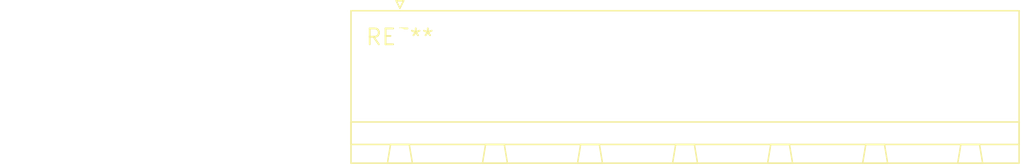
<source format=kicad_pcb>
(kicad_pcb (version 20240108) (generator pcbnew)
  (layers (0 "F.Cu" signal) (31 "B.Cu" signal) (34 "B.Paste" user) (35 "F.Paste" user) (36 "B.SilkS" user "B.Silkscreen") (37 "F.SilkS" user "F.Silkscreen") (38 "B.Mask" user) (39 "F.Mask" user) (44 "Edge.Cuts" user))
  (net 0 "")
  (footprint "PhoenixContact_GMSTBA_2,5_7-G-7,62_1x07_P7.62mm_Horizontal" (layer "F.Cu") (at 0 0)
    (property "Reference" "REF**")
    (property "Value" "PhoenixContact_GMSTBA_2,5_7-G-7,62_1x07_P7.62mm_Horizontal")
    (fp_line (start -3.92 -2.11) (end -3.92 10.11) (layer "F.SilkS") (stroke (width 0.12)))
    (fp_line (start -3.92 6.81) (end 49.64 6.81) (layer "F.SilkS") (stroke (width 0.12)))
    (fp_line (start -3.92 8.61) (end -3.92 6.81) (layer "F.SilkS") (stroke (width 0.12)))
    (fp_line (start -3.92 10.11) (end 49.64 10.11) (layer "F.SilkS") (stroke (width 0.12)))
    (fp_line (start -1 10.11) (end 1 10.11) (layer "F.SilkS") (stroke (width 0.12)))
    (fp_line (start -0.75 8.61) (end -1 10.11) (layer "F.SilkS") (stroke (width 0.12)))
    (fp_line (start -0.3 -2.91) (end 0.3 -2.91) (layer "F.SilkS") (stroke (width 0.12)))
    (fp_line (start 0 -2.31) (end -0.3 -2.91) (layer "F.SilkS") (stroke (width 0.12)))
    (fp_line (start 0.3 -2.91) (end 0 -2.31) (layer "F.SilkS") (stroke (width 0.12)))
    (fp_line (start 0.75 8.61) (end -0.75 8.61) (layer "F.SilkS") (stroke (width 0.12)))
    (fp_line (start 1 10.11) (end 0.75 8.61) (layer "F.SilkS") (stroke (width 0.12)))
    (fp_line (start 6.62 10.11) (end 8.62 10.11) (layer "F.SilkS") (stroke (width 0.12)))
    (fp_line (start 6.87 8.61) (end 6.62 10.11) (layer "F.SilkS") (stroke (width 0.12)))
    (fp_line (start 8.37 8.61) (end 6.87 8.61) (layer "F.SilkS") (stroke (width 0.12)))
    (fp_line (start 8.62 10.11) (end 8.37 8.61) (layer "F.SilkS") (stroke (width 0.12)))
    (fp_line (start 14.24 10.11) (end 16.24 10.11) (layer "F.SilkS") (stroke (width 0.12)))
    (fp_line (start 14.49 8.61) (end 14.24 10.11) (layer "F.SilkS") (stroke (width 0.12)))
    (fp_line (start 15.99 8.61) (end 14.49 8.61) (layer "F.SilkS") (stroke (width 0.12)))
    (fp_line (start 16.24 10.11) (end 15.99 8.61) (layer "F.SilkS") (stroke (width 0.12)))
    (fp_line (start 21.86 10.11) (end 23.86 10.11) (layer "F.SilkS") (stroke (width 0.12)))
    (fp_line (start 22.11 8.61) (end 21.86 10.11) (layer "F.SilkS") (stroke (width 0.12)))
    (fp_line (start 23.61 8.61) (end 22.11 8.61) (layer "F.SilkS") (stroke (width 0.12)))
    (fp_line (start 23.86 10.11) (end 23.61 8.61) (layer "F.SilkS") (stroke (width 0.12)))
    (fp_line (start 29.48 10.11) (end 31.48 10.11) (layer "F.SilkS") (stroke (width 0.12)))
    (fp_line (start 29.73 8.61) (end 29.48 10.11) (layer "F.SilkS") (stroke (width 0.12)))
    (fp_line (start 31.23 8.61) (end 29.73 8.61) (layer "F.SilkS") (stroke (width 0.12)))
    (fp_line (start 31.48 10.11) (end 31.23 8.61) (layer "F.SilkS") (stroke (width 0.12)))
    (fp_line (start 37.1 10.11) (end 39.1 10.11) (layer "F.SilkS") (stroke (width 0.12)))
    (fp_line (start 37.35 8.61) (end 37.1 10.11) (layer "F.SilkS") (stroke (width 0.12)))
    (fp_line (start 38.85 8.61) (end 37.35 8.61) (layer "F.SilkS") (stroke (width 0.12)))
    (fp_line (start 39.1 10.11) (end 38.85 8.61) (layer "F.SilkS") (stroke (width 0.12)))
    (fp_line (start 44.72 10.11) (end 46.72 10.11) (layer "F.SilkS") (stroke (width 0.12)))
    (fp_line (start 44.97 8.61) (end 44.72 10.11) (layer "F.SilkS") (stroke (width 0.12)))
    (fp_line (start 46.47 8.61) (end 44.97 8.61) (layer "F.SilkS") (stroke (width 0.12)))
    (fp_line (start 46.72 10.11) (end 46.47 8.61) (layer "F.SilkS") (stroke (width 0.12)))
    (fp_line (start 49.64 -2.11) (end -3.92 -2.11) (layer "F.SilkS") (stroke (width 0.12)))
    (fp_line (start 49.64 6.81) (end 49.64 8.61) (layer "F.SilkS") (stroke (width 0.12)))
    (fp_line (start 49.64 8.61) (end -3.92 8.61) (layer "F.SilkS") (stroke (width 0.12)))
    (fp_line (start 49.64 10.11) (end 49.64 -2.11) (layer "F.SilkS") (stroke (width 0.12)))
    (pad "1" thru_hole roundrect (at 0 0) (size 2.1 3.6) (drill 1.4) (layers *.Cu *.Mask) (remove_unused_layers) (roundrect_rratio 0.119048))
    (pad "2" thru_hole oval (at 7.62 0) (size 2.1 3.6) (drill 1.4) (layers *.Cu *.Mask) (remove_unused_layers))
    (pad "3" thru_hole oval (at 15.24 0) (size 2.1 3.6) (drill 1.4) (layers *.Cu *.Mask) (remove_unused_layers))
    (pad "4" thru_hole oval (at 22.86 0) (size 2.1 3.6) (drill 1.4) (layers *.Cu *.Mask) (remove_unused_layers))
    (pad "5" thru_hole oval (at 30.48 0) (size 2.1 3.6) (drill 1.4) (layers *.Cu *.Mask) (remove_unused_layers))
    (pad "6" thru_hole oval (at 38.1 0) (size 2.1 3.6) (drill 1.4) (layers *.Cu *.Mask) (remove_unused_layers))
    (pad "7" thru_hole oval (at 45.72 0) (size 2.1 3.6) (drill 1.4) (layers *.Cu *.Mask) (remove_unused_layers))
  )
)
</source>
